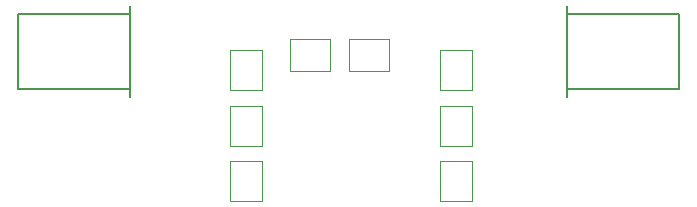
<source format=gbr>
%TF.GenerationSoftware,Altium Limited,Altium Designer,20.0.10 (225)*%
G04 Layer_Color=16711935*
%FSLAX26Y26*%
%MOIN*%
%TF.FileFunction,Other,Top_3D_Body*%
%TF.Part,Single*%
G01*
G75*
%TA.AperFunction,NonConductor*%
%ADD19C,0.007874*%
%ADD22C,0.003937*%
D19*
X3514173Y4316362D02*
Y4566362D01*
X3139370Y4316362D02*
X3514173D01*
X3139370D02*
Y4566362D01*
X3514173D01*
X3139370Y4289197D02*
Y4593528D01*
X1308661Y4316362D02*
Y4566362D01*
X1683465D01*
Y4316362D02*
Y4566362D01*
X1308661Y4316362D02*
X1683465D01*
Y4289197D02*
Y4593528D01*
D22*
X2823150Y4313346D02*
Y4447205D01*
X2716850Y4313346D02*
Y4447205D01*
X2823150D01*
X2716850Y4313346D02*
X2823150D01*
Y4127437D02*
Y4261295D01*
X2716850Y4127437D02*
Y4261295D01*
X2823150D01*
X2716850Y4127437D02*
X2823150D01*
Y3942437D02*
Y4076295D01*
X2716850Y3942437D02*
Y4076295D01*
X2823150D01*
X2716850Y3942437D02*
X2823150D01*
X2121890D02*
Y4076295D01*
X2015591Y3942437D02*
Y4076295D01*
X2121890D01*
X2015591Y3942437D02*
X2121890D01*
Y4127437D02*
Y4261295D01*
X2015591Y4127437D02*
Y4261295D01*
X2121890D01*
X2015591Y4127437D02*
X2121890D01*
Y4313346D02*
Y4447205D01*
X2015591Y4313346D02*
Y4447205D01*
X2121890D01*
X2015591Y4313346D02*
X2121890D01*
X2413386Y4376217D02*
X2547244D01*
X2413386Y4482516D02*
X2547244D01*
Y4376217D02*
Y4482516D01*
X2413386Y4376217D02*
Y4482516D01*
X2216535Y4376217D02*
X2350394D01*
X2216535Y4482516D02*
X2350394D01*
Y4376217D02*
Y4482516D01*
X2216535Y4376217D02*
Y4482516D01*
%TF.MD5,62626e5587b46433f5c8c0200552274c*%
M02*

</source>
